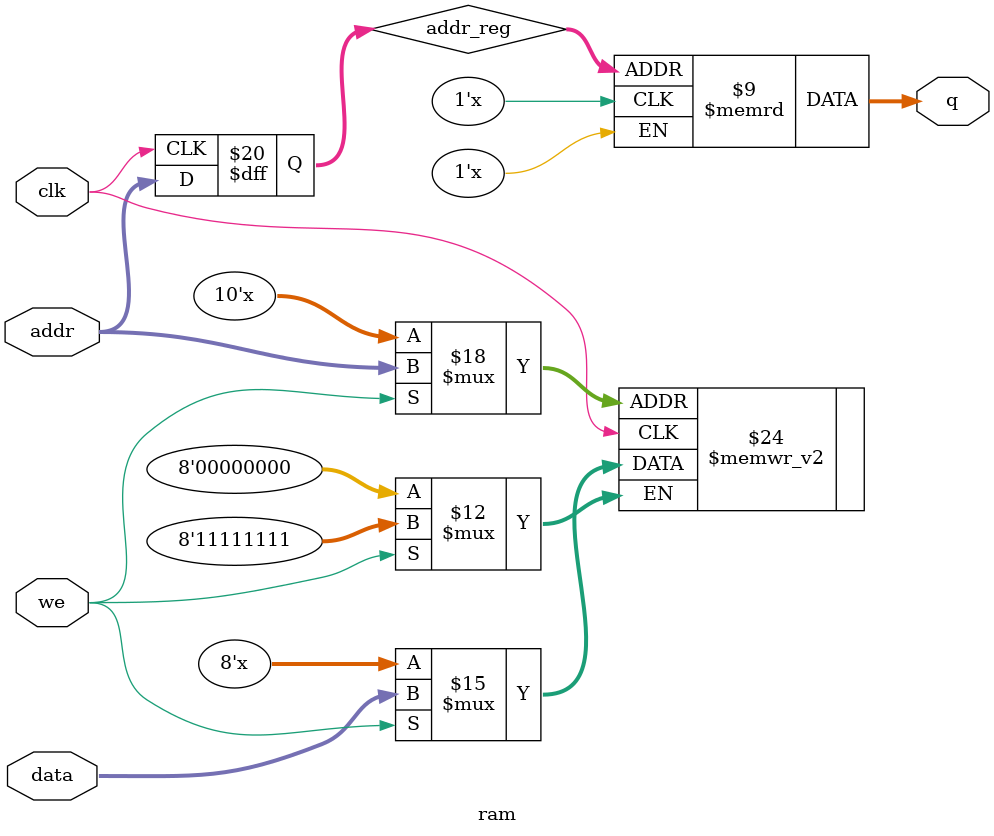
<source format=sv>
/*******************************************************************************
* RAM module - Random Access Memory. Reading and writing each take 1 cycle.
*
* Authors: Provided in Revision 3       
* 
* INPUTS:
*   data - Data to write.
*   addr - Address to write to or read from.
*   we   - Write Enable. Data on datd input written to addr when high.
*   clk  - System timing clock. Assumed to run at 50MH.
*
* OUTPUTS:
*   q    - Data at mem position addr.
*******************************************************************************/
module ram #(parameter DATA_WIDTH = 8, parameter ADDR_WIDTH = 10, parameter INIT_FILE = "")
            (data, addr, we, clk, q);
  
  input we, clk;
  input [(DATA_WIDTH - 1):0] data;
  input [(ADDR_WIDTH - 1):0] addr;
  output [(DATA_WIDTH - 1):0] q;

  // Declare the RAM variable
  reg [(DATA_WIDTH - 1):0] ram_mem[(2**ADDR_WIDTH - 1):0];

  // Variable to hold the registered read address
  reg [ADDR_WIDTH - 1:0] addr_reg;

  initial begin
    if(INIT_FILE != "")
      $readmemh(INIT_FILE, ram_mem);
  end

  always @(posedge clk) begin
    if(we) // Write
      ram_mem[addr] <= data;

    addr_reg <= addr;
  end

  assign q = ram_mem[addr_reg];

endmodule

</source>
